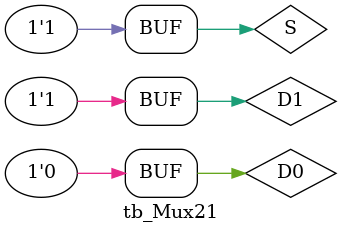
<source format=v>
`timescale 1ns / 1ps
module tb_Mux21( );
reg D0,D1,S;
wire Y;
Mux21 uut(
.D0(D0),
.D1(D1),
.S(S),
.Y(Y)
);
initial
begin
  D0 = 1'b0;
  D1 = 1'b1;
  S = 1'b0;
  #20;
  D0 = 1'b0;
  D1 = 1'b1;
  S = 1'b1;
  #20;
  end
endmodule

</source>
